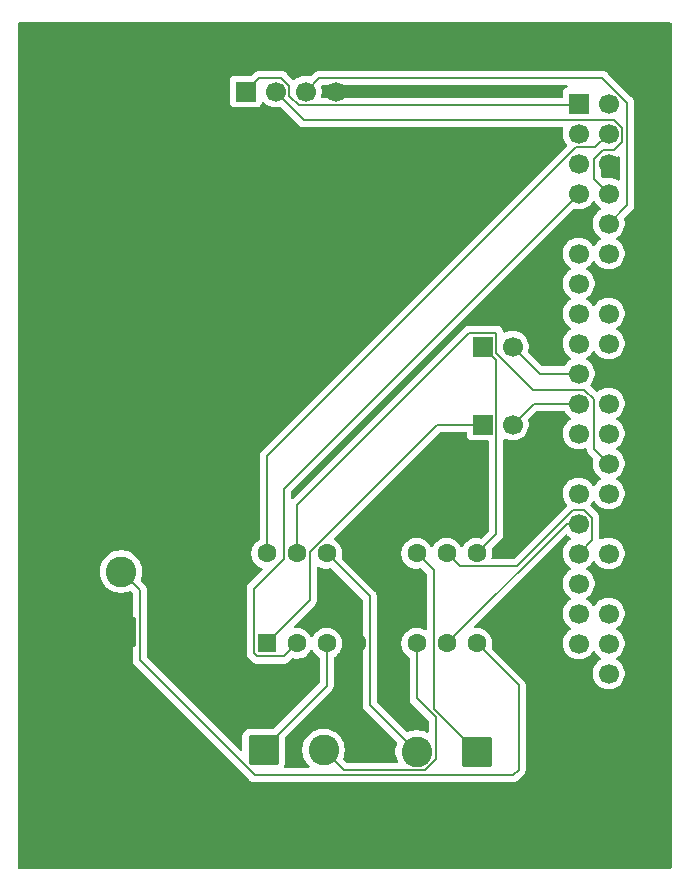
<source format=gtl>
G04 #@! TF.GenerationSoftware,KiCad,Pcbnew,9.0.1*
G04 #@! TF.CreationDate,2025-07-29T22:46:59+03:00*
G04 #@! TF.ProjectId,Ras pi hat,52617320-7069-4206-9861-742e6b696361,rev?*
G04 #@! TF.SameCoordinates,Original*
G04 #@! TF.FileFunction,Copper,L1,Top*
G04 #@! TF.FilePolarity,Positive*
%FSLAX46Y46*%
G04 Gerber Fmt 4.6, Leading zero omitted, Abs format (unit mm)*
G04 Created by KiCad (PCBNEW 9.0.1) date 2025-07-29 22:46:59*
%MOMM*%
%LPD*%
G01*
G04 APERTURE LIST*
G04 Aperture macros list*
%AMRoundRect*
0 Rectangle with rounded corners*
0 $1 Rounding radius*
0 $2 $3 $4 $5 $6 $7 $8 $9 X,Y pos of 4 corners*
0 Add a 4 corners polygon primitive as box body*
4,1,4,$2,$3,$4,$5,$6,$7,$8,$9,$2,$3,0*
0 Add four circle primitives for the rounded corners*
1,1,$1+$1,$2,$3*
1,1,$1+$1,$4,$5*
1,1,$1+$1,$6,$7*
1,1,$1+$1,$8,$9*
0 Add four rect primitives between the rounded corners*
20,1,$1+$1,$2,$3,$4,$5,0*
20,1,$1+$1,$4,$5,$6,$7,0*
20,1,$1+$1,$6,$7,$8,$9,0*
20,1,$1+$1,$8,$9,$2,$3,0*%
G04 Aperture macros list end*
G04 #@! TA.AperFunction,ComponentPad*
%ADD10R,1.700000X1.700000*%
G04 #@! TD*
G04 #@! TA.AperFunction,ComponentPad*
%ADD11C,1.700000*%
G04 #@! TD*
G04 #@! TA.AperFunction,ComponentPad*
%ADD12RoundRect,0.250000X0.550000X-0.550000X0.550000X0.550000X-0.550000X0.550000X-0.550000X-0.550000X0*%
G04 #@! TD*
G04 #@! TA.AperFunction,ComponentPad*
%ADD13C,1.600000*%
G04 #@! TD*
G04 #@! TA.AperFunction,ComponentPad*
%ADD14RoundRect,0.250000X1.050000X1.050000X-1.050000X1.050000X-1.050000X-1.050000X1.050000X-1.050000X0*%
G04 #@! TD*
G04 #@! TA.AperFunction,ComponentPad*
%ADD15C,2.600000*%
G04 #@! TD*
G04 #@! TA.AperFunction,ComponentPad*
%ADD16RoundRect,0.250000X1.050000X-1.050000X1.050000X1.050000X-1.050000X1.050000X-1.050000X-1.050000X0*%
G04 #@! TD*
G04 #@! TA.AperFunction,ComponentPad*
%ADD17RoundRect,0.250000X-1.050000X-1.050000X1.050000X-1.050000X1.050000X1.050000X-1.050000X1.050000X0*%
G04 #@! TD*
G04 #@! TA.AperFunction,Conductor*
%ADD18C,0.200000*%
G04 #@! TD*
G04 APERTURE END LIST*
D10*
G04 #@! TO.P,J6,1,Pin_1*
G04 #@! TO.N,Motor S1*
X192786000Y-82550000D03*
D11*
G04 #@! TO.P,J6,2,Pin_2*
G04 #@! TO.N,Net-(J2-MISO_SPI0{slash}GPIO09)*
X195326000Y-82550000D03*
G04 #@! TD*
D10*
G04 #@! TO.P,J7,1,Pin_1*
G04 #@! TO.N,Motor S2*
X192786000Y-75946000D03*
D11*
G04 #@! TO.P,J7,2,Pin_2*
G04 #@! TO.N,Net-(J2-MOSI_SPI0{slash}GPIO10)*
X195326000Y-75946000D03*
G04 #@! TD*
D12*
G04 #@! TO.P,U1,1,EN1\u002C2*
G04 #@! TO.N,Motor S1*
X174498000Y-101087000D03*
D13*
G04 #@! TO.P,U1,2,1A*
G04 #@! TO.N,IN 1*
X177038000Y-101087000D03*
G04 #@! TO.P,U1,3,1Y*
G04 #@! TO.N,Net-(J9-Pin_1)*
X179578000Y-101087000D03*
G04 #@! TO.P,U1,4,GND*
G04 #@! TO.N,GND*
X182118000Y-101087000D03*
G04 #@! TO.P,U1,5,GND*
X184658000Y-101087000D03*
G04 #@! TO.P,U1,6,2Y*
G04 #@! TO.N,Net-(J9-Pin_2)*
X187198000Y-101087000D03*
G04 #@! TO.P,U1,7,2A*
G04 #@! TO.N,IN 2*
X189738000Y-101087000D03*
G04 #@! TO.P,U1,8,VCC2*
G04 #@! TO.N,Net-(J8-Pin_2)*
X192278000Y-101087000D03*
G04 #@! TO.P,U1,9,EN3\u002C4*
G04 #@! TO.N,Motor S2*
X192278000Y-93467000D03*
G04 #@! TO.P,U1,10,3A*
G04 #@! TO.N,IN 3*
X189738000Y-93467000D03*
G04 #@! TO.P,U1,11,3Y*
G04 #@! TO.N,Net-(J10-Pin_1)*
X187198000Y-93467000D03*
G04 #@! TO.P,U1,12,GND*
G04 #@! TO.N,GND*
X184658000Y-93467000D03*
G04 #@! TO.P,U1,13,GND*
X182118000Y-93467000D03*
G04 #@! TO.P,U1,14,4Y*
G04 #@! TO.N,Net-(J10-Pin_2)*
X179578000Y-93467000D03*
G04 #@! TO.P,U1,15,4A*
G04 #@! TO.N,IN 4*
X177038000Y-93467000D03*
G04 #@! TO.P,U1,16,VCC1*
G04 #@! TO.N,Net-(U1-VCC1)*
X174498000Y-93467000D03*
G04 #@! TD*
D14*
G04 #@! TO.P,J10,1,Pin_1*
G04 #@! TO.N,Net-(J10-Pin_1)*
X192278000Y-110236000D03*
D15*
G04 #@! TO.P,J10,2,Pin_2*
G04 #@! TO.N,Net-(J10-Pin_2)*
X187198000Y-110236000D03*
G04 #@! TD*
D16*
G04 #@! TO.P,J8,1,Pin_1*
G04 #@! TO.N,GND*
X162173500Y-100081000D03*
D15*
G04 #@! TO.P,J8,2,Pin_2*
G04 #@! TO.N,Net-(J8-Pin_2)*
X162173500Y-95001000D03*
G04 #@! TD*
D17*
G04 #@! TO.P,J9,1,Pin_1*
G04 #@! TO.N,Net-(J9-Pin_1)*
X174234000Y-110103500D03*
D15*
G04 #@! TO.P,J9,2,Pin_2*
G04 #@! TO.N,Net-(J9-Pin_2)*
X179314000Y-110103500D03*
G04 #@! TD*
D10*
G04 #@! TO.P,J1,1,Pin_1*
G04 #@! TO.N,Net-(J1-Pin_1)*
X172720000Y-54356000D03*
D11*
G04 #@! TO.P,J1,2,Pin_2*
G04 #@! TO.N,Net-(J1-Pin_2)*
X175260000Y-54356000D03*
G04 #@! TO.P,J1,3,Pin_3*
G04 #@! TO.N,Net-(J1-Pin_3)*
X177800000Y-54356000D03*
G04 #@! TO.P,J1,4,Pin_4*
G04 #@! TO.N,GND*
X180340000Y-54356000D03*
G04 #@! TD*
D10*
G04 #@! TO.P,J2,1,3V3*
G04 #@! TO.N,Net-(J1-Pin_1)*
X200914000Y-55372000D03*
D11*
G04 #@! TO.P,J2,2,5V*
G04 #@! TO.N,Net-(U1-VCC1)*
X203454000Y-55372000D03*
G04 #@! TO.P,J2,3,SDA_I2C1/GPIO02*
G04 #@! TO.N,unconnected-(J2-SDA_I2C1{slash}GPIO02-Pad3)*
X200914000Y-57912000D03*
G04 #@! TO.P,J2,4,5V*
G04 #@! TO.N,Net-(U1-VCC1)*
X203454000Y-57912000D03*
G04 #@! TO.P,J2,5,SCL_I2C1/GPIO03*
G04 #@! TO.N,unconnected-(J2-SCL_I2C1{slash}GPIO03-Pad5)*
X200914000Y-60452000D03*
G04 #@! TO.P,J2,6,GND*
G04 #@! TO.N,GND*
X203454000Y-60452000D03*
G04 #@! TO.P,J2,7,GPCLK0/GPIO04*
G04 #@! TO.N,IN 1*
X200914000Y-62992000D03*
G04 #@! TO.P,J2,8,GPIO14/UART_TXD*
G04 #@! TO.N,Net-(J1-Pin_2)*
X203454000Y-62992000D03*
G04 #@! TO.P,J2,9,GND*
G04 #@! TO.N,GND*
X200914000Y-65532000D03*
G04 #@! TO.P,J2,10,GPIO15/UART_RXD*
G04 #@! TO.N,Net-(J1-Pin_3)*
X203454000Y-65532000D03*
G04 #@! TO.P,J2,11,GPIO17/SPI1_~{CE1}*
G04 #@! TO.N,unconnected-(J2-GPIO17{slash}SPI1_~{CE1}-Pad11)*
X200914000Y-68072000D03*
G04 #@! TO.P,J2,12,GPIO18/SPI1_~{CE0}/PCM_CLK/PWM0*
G04 #@! TO.N,unconnected-(J2-GPIO18{slash}SPI1_~{CE0}{slash}PCM_CLK{slash}PWM0-Pad12)*
X203454000Y-68072000D03*
G04 #@! TO.P,J2,13,GPIO27/SDIO_DAT3*
G04 #@! TO.N,unconnected-(J2-GPIO27{slash}SDIO_DAT3-Pad13)*
X200914000Y-70612000D03*
G04 #@! TO.P,J2,14,GND*
G04 #@! TO.N,GND*
X203454000Y-70612000D03*
G04 #@! TO.P,J2,15,GPIO22/SDIO_CLK*
G04 #@! TO.N,unconnected-(J2-GPIO22{slash}SDIO_CLK-Pad15)*
X200914000Y-73152000D03*
G04 #@! TO.P,J2,16,GPIO23/SDIO_CMD*
G04 #@! TO.N,unconnected-(J2-GPIO23{slash}SDIO_CMD-Pad16)*
X203454000Y-73152000D03*
G04 #@! TO.P,J2,17,3V3*
G04 #@! TO.N,Net-(J1-Pin_1)*
X200914000Y-75692000D03*
G04 #@! TO.P,J2,18,GPIO24/SDIO_DAT0*
G04 #@! TO.N,unconnected-(J2-GPIO24{slash}SDIO_DAT0-Pad18)*
X203454000Y-75692000D03*
G04 #@! TO.P,J2,19,MOSI_SPI0/GPIO10*
G04 #@! TO.N,Net-(J2-MOSI_SPI0{slash}GPIO10)*
X200914000Y-78232000D03*
G04 #@! TO.P,J2,20,GND*
G04 #@! TO.N,GND*
X203454000Y-78232000D03*
G04 #@! TO.P,J2,21,MISO_SPI0/GPIO09*
G04 #@! TO.N,Net-(J2-MISO_SPI0{slash}GPIO09)*
X200914000Y-80772000D03*
G04 #@! TO.P,J2,22,GPIO25/SDIO_DAT1*
G04 #@! TO.N,unconnected-(J2-GPIO25{slash}SDIO_DAT1-Pad22)*
X203454000Y-80772000D03*
G04 #@! TO.P,J2,23,SCLK_SPI0/GPIO11*
G04 #@! TO.N,unconnected-(J2-SCLK_SPI0{slash}GPIO11-Pad23)*
X200914000Y-83312000D03*
G04 #@! TO.P,J2,24,~{CE0}_SPI0/GPIO08*
G04 #@! TO.N,unconnected-(J2-~{CE0}_SPI0{slash}GPIO08-Pad24)*
X203454000Y-83312000D03*
G04 #@! TO.P,J2,25,GND*
G04 #@! TO.N,GND*
X200914000Y-85852000D03*
G04 #@! TO.P,J2,26,~{CE1}_SPI0/GPIO07*
G04 #@! TO.N,IN 4*
X203454000Y-85852000D03*
G04 #@! TO.P,J2,27,ID_SD_I2C0/GPIO00*
G04 #@! TO.N,unconnected-(J2-ID_SD_I2C0{slash}GPIO00-Pad27)*
X200914000Y-88392000D03*
G04 #@! TO.P,J2,28,ID_SC_I2C0/GPIO01*
G04 #@! TO.N,unconnected-(J2-ID_SC_I2C0{slash}GPIO01-Pad28)*
X203454000Y-88392000D03*
G04 #@! TO.P,J2,29,GPCLK1/GPIO05*
G04 #@! TO.N,IN 2*
X200914000Y-90932000D03*
G04 #@! TO.P,J2,30,GND*
G04 #@! TO.N,GND*
X203454000Y-90932000D03*
G04 #@! TO.P,J2,31,GPCLK2/GPIO06*
G04 #@! TO.N,IN 3*
X200914000Y-93472000D03*
G04 #@! TO.P,J2,32,GPIO12/PWM0*
G04 #@! TO.N,unconnected-(J2-GPIO12{slash}PWM0-Pad32)*
X203454000Y-93472000D03*
G04 #@! TO.P,J2,33,GPIO13/PWM1*
G04 #@! TO.N,unconnected-(J2-GPIO13{slash}PWM1-Pad33)*
X200914000Y-96012000D03*
G04 #@! TO.P,J2,34,GND*
G04 #@! TO.N,GND*
X203454000Y-96012000D03*
G04 #@! TO.P,J2,35,GPIO19/SPI1_MISO/PCM_FS*
G04 #@! TO.N,unconnected-(J2-GPIO19{slash}SPI1_MISO{slash}PCM_FS-Pad35)*
X200914000Y-98552000D03*
G04 #@! TO.P,J2,36,GPIO16/SPI1_~{CE2}*
G04 #@! TO.N,unconnected-(J2-GPIO16{slash}SPI1_~{CE2}-Pad36)*
X203454000Y-98552000D03*
G04 #@! TO.P,J2,37,GPIO26/SDIO_DAT2*
G04 #@! TO.N,unconnected-(J2-GPIO26{slash}SDIO_DAT2-Pad37)*
X200914000Y-101092000D03*
G04 #@! TO.P,J2,38,GPIO20/SPI1_MOSI/PCM_DIN/PWM1*
G04 #@! TO.N,unconnected-(J2-GPIO20{slash}SPI1_MOSI{slash}PCM_DIN{slash}PWM1-Pad38)*
X203454000Y-101092000D03*
G04 #@! TO.P,J2,39,GND*
G04 #@! TO.N,GND*
X200914000Y-103632000D03*
G04 #@! TO.P,J2,40,GPIO21/SPI1_SCLK/PCM_DOUT*
G04 #@! TO.N,unconnected-(J2-GPIO21{slash}SPI1_SCLK{slash}PCM_DOUT-Pad40)*
X203454000Y-103632000D03*
G04 #@! TD*
D18*
G04 #@! TO.N,Net-(J8-Pin_2)*
X173482340Y-112238000D02*
X195356000Y-112238000D01*
X195356000Y-112238000D02*
X195834000Y-111760000D01*
X163774500Y-96602000D02*
X163774500Y-102530160D01*
X195834000Y-104643000D02*
X192278000Y-101087000D01*
X195834000Y-111760000D02*
X195834000Y-104643000D01*
X162173500Y-95001000D02*
X163774500Y-96602000D01*
X163774500Y-102530160D02*
X173482340Y-112238000D01*
G04 #@! TO.N,Net-(J9-Pin_1)*
X174234000Y-109992000D02*
X179578000Y-104648000D01*
X174234000Y-110103500D02*
X174234000Y-109992000D01*
X179578000Y-104648000D02*
X179578000Y-101087000D01*
G04 #@! TO.N,Net-(J9-Pin_2)*
X187861156Y-111837000D02*
X188799000Y-110899156D01*
X181047500Y-111837000D02*
X187861156Y-111837000D01*
X188799000Y-107324100D02*
X187198000Y-105723100D01*
X187198000Y-105723100D02*
X187198000Y-101087000D01*
X188799000Y-110899156D02*
X188799000Y-107324100D01*
X179314000Y-110103500D02*
X181047500Y-111837000D01*
G04 #@! TO.N,Net-(J10-Pin_2)*
X183219000Y-97108000D02*
X179578000Y-93467000D01*
X183219000Y-106257000D02*
X183219000Y-97108000D01*
X187198000Y-110236000D02*
X183219000Y-106257000D01*
G04 #@! TO.N,Net-(J10-Pin_1)*
X188637000Y-94906000D02*
X187198000Y-93467000D01*
X188637000Y-106595000D02*
X188637000Y-94906000D01*
X192278000Y-110236000D02*
X188637000Y-106595000D01*
G04 #@! TO.N,IN 3*
X189738000Y-93467000D02*
X190839000Y-94568000D01*
X201390760Y-89781000D02*
X202065000Y-90455240D01*
X200437240Y-89781000D02*
X201390760Y-89781000D01*
X202065000Y-90455240D02*
X202065000Y-92321000D01*
X195650240Y-94568000D02*
X200437240Y-89781000D01*
X190839000Y-94568000D02*
X195650240Y-94568000D01*
X202065000Y-92321000D02*
X200914000Y-93472000D01*
G04 #@! TO.N,Motor S1*
X188937950Y-82550000D02*
X178139000Y-93348950D01*
X178139000Y-93348950D02*
X178139000Y-97446000D01*
X192786000Y-82550000D02*
X188937950Y-82550000D01*
X178139000Y-97446000D02*
X174498000Y-101087000D01*
G04 #@! TO.N,Motor S2*
X193937000Y-91808000D02*
X192278000Y-93467000D01*
X192786000Y-75946000D02*
X193937000Y-77097000D01*
X193937000Y-77097000D02*
X193937000Y-91808000D01*
G04 #@! TO.N,IN 2*
X189738000Y-101087000D02*
X199893000Y-90932000D01*
X199893000Y-90932000D02*
X200914000Y-90932000D01*
G04 #@! TO.N,IN 1*
X175937000Y-102188000D02*
X173712840Y-102188000D01*
X177038000Y-101087000D02*
X175937000Y-102188000D01*
X175937000Y-87969000D02*
X200914000Y-62992000D01*
X173397000Y-96463050D02*
X175937000Y-93923050D01*
X173397000Y-101872160D02*
X173397000Y-96463050D01*
X175937000Y-93923050D02*
X175937000Y-87969000D01*
X173712840Y-102188000D02*
X173397000Y-101872160D01*
G04 #@! TO.N,Net-(U1-VCC1)*
X200675240Y-59063000D02*
X202303000Y-59063000D01*
X202303000Y-59063000D02*
X203454000Y-57912000D01*
X174498000Y-85240240D02*
X200675240Y-59063000D01*
X174498000Y-93467000D02*
X174498000Y-85240240D01*
G04 #@! TO.N,IN 4*
X201390760Y-79621000D02*
X202184000Y-80414240D01*
X193937000Y-76529900D02*
X197028100Y-79621000D01*
X177038000Y-89392000D02*
X191635000Y-74795000D01*
X177038000Y-93467000D02*
X177038000Y-89392000D01*
X202184000Y-80414240D02*
X202184000Y-84582000D01*
X193937000Y-74795000D02*
X193937000Y-76529900D01*
X197028100Y-79621000D02*
X201390760Y-79621000D01*
X202184000Y-84582000D02*
X203454000Y-85852000D01*
X191635000Y-74795000D02*
X193937000Y-74795000D01*
G04 #@! TO.N,Net-(J1-Pin_3)*
X205006000Y-63980000D02*
X203454000Y-65532000D01*
X205006000Y-55296240D02*
X205006000Y-63980000D01*
X202914760Y-53205000D02*
X205006000Y-55296240D01*
X177800000Y-54356000D02*
X178951000Y-53205000D01*
X178951000Y-53205000D02*
X202914760Y-53205000D01*
G04 #@! TO.N,Net-(J1-Pin_1)*
X176411000Y-54717000D02*
X177201000Y-55507000D01*
X176411000Y-53879240D02*
X176411000Y-54717000D01*
X200779000Y-55507000D02*
X200914000Y-55372000D01*
X175736760Y-53205000D02*
X176411000Y-53879240D01*
X177201000Y-55507000D02*
X200779000Y-55507000D01*
X172720000Y-54356000D02*
X173871000Y-53205000D01*
X173871000Y-53205000D02*
X175736760Y-53205000D01*
G04 #@! TO.N,Net-(J1-Pin_2)*
X203930760Y-56761000D02*
X204605000Y-57435240D01*
X204605000Y-57435240D02*
X204605000Y-58626760D01*
X202184000Y-60094240D02*
X202184000Y-61722000D01*
X177665000Y-56761000D02*
X203930760Y-56761000D01*
X202184000Y-61722000D02*
X203454000Y-62992000D01*
X204605000Y-58626760D02*
X203930760Y-59301000D01*
X175260000Y-54356000D02*
X177665000Y-56761000D01*
X203930760Y-59301000D02*
X202977240Y-59301000D01*
X202977240Y-59301000D02*
X202184000Y-60094240D01*
G04 #@! TO.N,Net-(J2-MISO_SPI0{slash}GPIO09)*
X195326000Y-82550000D02*
X197104000Y-80772000D01*
X197104000Y-80772000D02*
X200914000Y-80772000D01*
G04 #@! TO.N,Net-(J2-MOSI_SPI0{slash}GPIO10)*
X197612000Y-78232000D02*
X200914000Y-78232000D01*
X195326000Y-75946000D02*
X197612000Y-78232000D01*
G04 #@! TD*
G04 #@! TA.AperFunction,Conductor*
G04 #@! TO.N,GND*
G36*
X178919792Y-94591211D02*
G01*
X178990126Y-94627048D01*
X179078776Y-94672218D01*
X179078778Y-94672218D01*
X179078781Y-94672220D01*
X179169502Y-94701697D01*
X179273465Y-94735477D01*
X179344141Y-94746671D01*
X179475648Y-94767500D01*
X179475649Y-94767500D01*
X179680351Y-94767500D01*
X179680352Y-94767500D01*
X179882534Y-94735477D01*
X179896842Y-94730827D01*
X179966682Y-94728831D01*
X180022842Y-94761077D01*
X182582181Y-97320416D01*
X182615666Y-97381739D01*
X182618500Y-97408097D01*
X182618500Y-106170330D01*
X182618499Y-106170348D01*
X182618499Y-106336054D01*
X182618498Y-106336054D01*
X182618499Y-106336057D01*
X182659423Y-106488785D01*
X182659424Y-106488786D01*
X182675102Y-106515943D01*
X182675103Y-106515944D01*
X182738475Y-106625709D01*
X182738481Y-106625717D01*
X182857349Y-106744585D01*
X182857355Y-106744590D01*
X185512634Y-109399870D01*
X185546119Y-109461193D01*
X185541135Y-109530885D01*
X185539514Y-109535003D01*
X185489396Y-109655999D01*
X185428306Y-109883989D01*
X185397501Y-110117979D01*
X185397500Y-110117995D01*
X185397500Y-110354004D01*
X185397501Y-110354020D01*
X185428306Y-110588010D01*
X185489394Y-110815993D01*
X185579713Y-111034042D01*
X185579717Y-111034051D01*
X185589214Y-111050500D01*
X185605687Y-111118400D01*
X185582835Y-111184427D01*
X185527913Y-111227618D01*
X185481827Y-111236500D01*
X181347597Y-111236500D01*
X181280558Y-111216815D01*
X181259916Y-111200181D01*
X180999364Y-110939629D01*
X180965879Y-110878306D01*
X180970863Y-110808614D01*
X180972468Y-110804533D01*
X181022606Y-110683493D01*
X181083693Y-110455514D01*
X181114500Y-110221511D01*
X181114500Y-109985489D01*
X181083693Y-109751486D01*
X181022606Y-109523507D01*
X180932284Y-109305451D01*
X180932282Y-109305448D01*
X180932280Y-109305443D01*
X180890118Y-109232418D01*
X180814273Y-109101050D01*
X180755001Y-109023806D01*
X180670593Y-108913802D01*
X180670587Y-108913795D01*
X180503704Y-108746912D01*
X180503697Y-108746906D01*
X180316454Y-108603230D01*
X180316453Y-108603229D01*
X180316450Y-108603227D01*
X180225356Y-108550634D01*
X180112056Y-108485219D01*
X180112045Y-108485214D01*
X179893993Y-108394894D01*
X179666010Y-108333806D01*
X179432020Y-108303001D01*
X179432017Y-108303000D01*
X179432011Y-108303000D01*
X179195989Y-108303000D01*
X179195983Y-108303000D01*
X179195979Y-108303001D01*
X178961989Y-108333806D01*
X178734006Y-108394894D01*
X178515954Y-108485214D01*
X178515943Y-108485219D01*
X178311545Y-108603230D01*
X178124302Y-108746906D01*
X178124295Y-108746912D01*
X177957412Y-108913795D01*
X177957406Y-108913802D01*
X177813730Y-109101045D01*
X177695719Y-109305443D01*
X177695714Y-109305454D01*
X177605394Y-109523506D01*
X177544306Y-109751489D01*
X177513501Y-109985479D01*
X177513500Y-109985495D01*
X177513500Y-110221504D01*
X177513501Y-110221520D01*
X177544306Y-110455510D01*
X177605394Y-110683493D01*
X177695714Y-110901545D01*
X177695719Y-110901556D01*
X177739978Y-110978213D01*
X177813727Y-111105950D01*
X177813729Y-111105953D01*
X177813730Y-111105954D01*
X177957406Y-111293197D01*
X177957412Y-111293204D01*
X178090027Y-111425819D01*
X178123512Y-111487142D01*
X178118528Y-111556834D01*
X178076656Y-111612767D01*
X178011192Y-111637184D01*
X178002346Y-111637500D01*
X176085969Y-111637500D01*
X176018930Y-111617815D01*
X175973175Y-111565011D01*
X175963231Y-111495853D01*
X175968263Y-111474496D01*
X175980091Y-111438802D01*
X176023999Y-111306297D01*
X176034500Y-111203509D01*
X176034499Y-109092095D01*
X176054184Y-109025057D01*
X176070813Y-109004420D01*
X179936506Y-105138728D01*
X179936511Y-105138724D01*
X179946714Y-105128520D01*
X179946716Y-105128520D01*
X180058520Y-105016716D01*
X180135399Y-104883557D01*
X180137577Y-104879785D01*
X180178500Y-104727058D01*
X180178500Y-104568943D01*
X180178500Y-102316601D01*
X180198185Y-102249562D01*
X180246206Y-102206116D01*
X180259610Y-102199287D01*
X180425219Y-102078966D01*
X180569966Y-101934219D01*
X180569968Y-101934215D01*
X180569971Y-101934213D01*
X180622732Y-101861590D01*
X180690287Y-101768610D01*
X180783220Y-101586219D01*
X180846477Y-101391534D01*
X180878500Y-101189352D01*
X180878500Y-100984648D01*
X180846477Y-100782466D01*
X180783220Y-100587781D01*
X180783218Y-100587778D01*
X180783218Y-100587776D01*
X180709828Y-100443742D01*
X180690287Y-100405390D01*
X180674879Y-100384182D01*
X180569971Y-100239786D01*
X180425213Y-100095028D01*
X180259613Y-99974715D01*
X180259612Y-99974714D01*
X180259610Y-99974713D01*
X180176731Y-99932484D01*
X180077223Y-99881781D01*
X179882534Y-99818522D01*
X179707995Y-99790878D01*
X179680352Y-99786500D01*
X179475648Y-99786500D01*
X179451329Y-99790351D01*
X179273465Y-99818522D01*
X179078776Y-99881781D01*
X178896386Y-99974715D01*
X178730786Y-100095028D01*
X178586028Y-100239786D01*
X178465715Y-100405386D01*
X178418485Y-100498080D01*
X178370510Y-100548876D01*
X178302689Y-100565671D01*
X178236554Y-100543134D01*
X178197515Y-100498080D01*
X178169828Y-100443742D01*
X178150287Y-100405390D01*
X178134879Y-100384182D01*
X178029971Y-100239786D01*
X177885213Y-100095028D01*
X177719613Y-99974715D01*
X177719612Y-99974714D01*
X177719610Y-99974713D01*
X177636731Y-99932484D01*
X177537223Y-99881781D01*
X177342534Y-99818522D01*
X177167995Y-99790878D01*
X177140352Y-99786500D01*
X176947097Y-99786500D01*
X176880058Y-99766815D01*
X176834303Y-99714011D01*
X176824359Y-99644853D01*
X176853384Y-99581297D01*
X176859416Y-99574819D01*
X177565996Y-98868239D01*
X178619520Y-97814716D01*
X178698577Y-97677784D01*
X178739501Y-97525057D01*
X178739501Y-97366942D01*
X178739501Y-97359347D01*
X178739500Y-97359329D01*
X178739500Y-94701697D01*
X178759185Y-94634658D01*
X178811989Y-94588903D01*
X178881147Y-94578959D01*
X178919792Y-94591211D01*
G37*
G04 #@! TD.AperFunction*
G04 #@! TA.AperFunction,Conductor*
G36*
X191378540Y-83170185D02*
G01*
X191424295Y-83222989D01*
X191435501Y-83274500D01*
X191435501Y-83447876D01*
X191441908Y-83507483D01*
X191492202Y-83642328D01*
X191492206Y-83642335D01*
X191578452Y-83757544D01*
X191578455Y-83757547D01*
X191693664Y-83843793D01*
X191693671Y-83843797D01*
X191828517Y-83894091D01*
X191828516Y-83894091D01*
X191835444Y-83894835D01*
X191888127Y-83900500D01*
X193212500Y-83900499D01*
X193279539Y-83920184D01*
X193325294Y-83972987D01*
X193336500Y-84024499D01*
X193336500Y-91507902D01*
X193316815Y-91574941D01*
X193300181Y-91595583D01*
X192722842Y-92172921D01*
X192661519Y-92206406D01*
X192596848Y-92203173D01*
X192582534Y-92198522D01*
X192407995Y-92170878D01*
X192380352Y-92166500D01*
X192175648Y-92166500D01*
X192151329Y-92170351D01*
X191973465Y-92198522D01*
X191778776Y-92261781D01*
X191596386Y-92354715D01*
X191430786Y-92475028D01*
X191286028Y-92619786D01*
X191165715Y-92785386D01*
X191118485Y-92878080D01*
X191070510Y-92928876D01*
X191002689Y-92945671D01*
X190936554Y-92923134D01*
X190897515Y-92878080D01*
X190896883Y-92876840D01*
X190850287Y-92785390D01*
X190834880Y-92764184D01*
X190729971Y-92619786D01*
X190585213Y-92475028D01*
X190419613Y-92354715D01*
X190419612Y-92354714D01*
X190419610Y-92354713D01*
X190345494Y-92316949D01*
X190237223Y-92261781D01*
X190042534Y-92198522D01*
X189867995Y-92170878D01*
X189840352Y-92166500D01*
X189635648Y-92166500D01*
X189611329Y-92170351D01*
X189433465Y-92198522D01*
X189238776Y-92261781D01*
X189056386Y-92354715D01*
X188890786Y-92475028D01*
X188746028Y-92619786D01*
X188625715Y-92785386D01*
X188578485Y-92878080D01*
X188530510Y-92928876D01*
X188462689Y-92945671D01*
X188396554Y-92923134D01*
X188357515Y-92878080D01*
X188356883Y-92876840D01*
X188310287Y-92785390D01*
X188294880Y-92764184D01*
X188189971Y-92619786D01*
X188045213Y-92475028D01*
X187879613Y-92354715D01*
X187879612Y-92354714D01*
X187879610Y-92354713D01*
X187805494Y-92316949D01*
X187697223Y-92261781D01*
X187502534Y-92198522D01*
X187327995Y-92170878D01*
X187300352Y-92166500D01*
X187095648Y-92166500D01*
X187071329Y-92170351D01*
X186893465Y-92198522D01*
X186698776Y-92261781D01*
X186516386Y-92354715D01*
X186350786Y-92475028D01*
X186206028Y-92619786D01*
X186085715Y-92785386D01*
X185992781Y-92967776D01*
X185929522Y-93162465D01*
X185897500Y-93364648D01*
X185897500Y-93569351D01*
X185929522Y-93771534D01*
X185992781Y-93966223D01*
X186009253Y-93998550D01*
X186071267Y-94120259D01*
X186085715Y-94148613D01*
X186206028Y-94314213D01*
X186350786Y-94458971D01*
X186470944Y-94546269D01*
X186516390Y-94579287D01*
X186610126Y-94627048D01*
X186698776Y-94672218D01*
X186698778Y-94672218D01*
X186698781Y-94672220D01*
X186789502Y-94701697D01*
X186893465Y-94735477D01*
X186964141Y-94746671D01*
X187095648Y-94767500D01*
X187095649Y-94767500D01*
X187300351Y-94767500D01*
X187300352Y-94767500D01*
X187502534Y-94735477D01*
X187516842Y-94730827D01*
X187586682Y-94728831D01*
X187642842Y-94761077D01*
X188000181Y-95118416D01*
X188033666Y-95179739D01*
X188036500Y-95206097D01*
X188036500Y-99852302D01*
X188016815Y-99919341D01*
X187964011Y-99965096D01*
X187894853Y-99975040D01*
X187856205Y-99962787D01*
X187697223Y-99881782D01*
X187697222Y-99881781D01*
X187697219Y-99881780D01*
X187606495Y-99852302D01*
X187502534Y-99818522D01*
X187327995Y-99790878D01*
X187300352Y-99786500D01*
X187095648Y-99786500D01*
X187071329Y-99790351D01*
X186893465Y-99818522D01*
X186698776Y-99881781D01*
X186516386Y-99974715D01*
X186350786Y-100095028D01*
X186206028Y-100239786D01*
X186085715Y-100405386D01*
X185992781Y-100587776D01*
X185929522Y-100782465D01*
X185897500Y-100984648D01*
X185897500Y-101189351D01*
X185929522Y-101391534D01*
X185992781Y-101586223D01*
X186056691Y-101711653D01*
X186071267Y-101740259D01*
X186085715Y-101768613D01*
X186206028Y-101934213D01*
X186206034Y-101934219D01*
X186350781Y-102078966D01*
X186516390Y-102199287D01*
X186529793Y-102206116D01*
X186580589Y-102254088D01*
X186597500Y-102316601D01*
X186597500Y-105636430D01*
X186597499Y-105636448D01*
X186597499Y-105802154D01*
X186597498Y-105802154D01*
X186638423Y-105954885D01*
X186667358Y-106005000D01*
X186667359Y-106005004D01*
X186667360Y-106005004D01*
X186717479Y-106091814D01*
X186717481Y-106091817D01*
X186836349Y-106210685D01*
X186836355Y-106210690D01*
X188162181Y-107536516D01*
X188195666Y-107597839D01*
X188198500Y-107624197D01*
X188198500Y-108519826D01*
X188178815Y-108586865D01*
X188126011Y-108632620D01*
X188056853Y-108642564D01*
X188012504Y-108627215D01*
X187996057Y-108617720D01*
X187996051Y-108617717D01*
X187996049Y-108617716D01*
X187975540Y-108609221D01*
X187777993Y-108527394D01*
X187620583Y-108485216D01*
X187550014Y-108466307D01*
X187550013Y-108466306D01*
X187550010Y-108466306D01*
X187316020Y-108435501D01*
X187316017Y-108435500D01*
X187316011Y-108435500D01*
X187079989Y-108435500D01*
X187079983Y-108435500D01*
X187079979Y-108435501D01*
X186845989Y-108466306D01*
X186617999Y-108527396D01*
X186497003Y-108577514D01*
X186427534Y-108584983D01*
X186365055Y-108553707D01*
X186361870Y-108550634D01*
X183855819Y-106044583D01*
X183822334Y-105983260D01*
X183819500Y-105956902D01*
X183819500Y-97197060D01*
X183819501Y-97197047D01*
X183819501Y-97028944D01*
X183785512Y-96902097D01*
X183778577Y-96876216D01*
X183713297Y-96763146D01*
X183699524Y-96739290D01*
X183699518Y-96739282D01*
X182313246Y-95353010D01*
X180872076Y-93911841D01*
X180838592Y-93850519D01*
X180841828Y-93785841D01*
X180846477Y-93771534D01*
X180878500Y-93569352D01*
X180878500Y-93364648D01*
X180846477Y-93162466D01*
X180783220Y-92967781D01*
X180783218Y-92967778D01*
X180783218Y-92967776D01*
X180737515Y-92878080D01*
X180690287Y-92785390D01*
X180674880Y-92764184D01*
X180569971Y-92619786D01*
X180425213Y-92475028D01*
X180259611Y-92354713D01*
X180228084Y-92338649D01*
X180177289Y-92290675D01*
X180160494Y-92222853D01*
X180183032Y-92156719D01*
X180196693Y-92140490D01*
X189150367Y-83186819D01*
X189211690Y-83153334D01*
X189238048Y-83150500D01*
X191311501Y-83150500D01*
X191378540Y-83170185D01*
G37*
G04 #@! TD.AperFunction*
G04 #@! TA.AperFunction,Conductor*
G36*
X199695320Y-81392185D02*
G01*
X199738765Y-81440205D01*
X199758947Y-81479814D01*
X199758948Y-81479815D01*
X199883890Y-81651786D01*
X200034213Y-81802109D01*
X200206182Y-81927050D01*
X200214946Y-81931516D01*
X200265742Y-81979491D01*
X200282536Y-82047312D01*
X200259998Y-82113447D01*
X200214946Y-82152484D01*
X200206182Y-82156949D01*
X200034213Y-82281890D01*
X199883890Y-82432213D01*
X199758951Y-82604179D01*
X199662444Y-82793585D01*
X199596753Y-82995760D01*
X199563500Y-83205713D01*
X199563500Y-83418287D01*
X199596754Y-83628243D01*
X199653067Y-83801557D01*
X199662444Y-83830414D01*
X199758951Y-84019820D01*
X199883890Y-84191786D01*
X200034213Y-84342109D01*
X200206179Y-84467048D01*
X200206181Y-84467049D01*
X200206184Y-84467051D01*
X200395588Y-84563557D01*
X200597757Y-84629246D01*
X200807713Y-84662500D01*
X200807714Y-84662500D01*
X201020286Y-84662500D01*
X201020287Y-84662500D01*
X201230243Y-84629246D01*
X201423197Y-84566550D01*
X201493036Y-84564556D01*
X201552869Y-84600636D01*
X201580221Y-84648642D01*
X201583499Y-84659499D01*
X201583499Y-84661057D01*
X201624423Y-84813785D01*
X201629106Y-84821896D01*
X201636279Y-84834320D01*
X201636280Y-84834323D01*
X201703477Y-84950712D01*
X201703480Y-84950716D01*
X201822349Y-85069585D01*
X201822355Y-85069590D01*
X202120241Y-85367476D01*
X202153726Y-85428799D01*
X202150492Y-85493473D01*
X202136753Y-85535757D01*
X202103500Y-85745713D01*
X202103500Y-85958286D01*
X202136753Y-86168239D01*
X202202444Y-86370414D01*
X202298951Y-86559820D01*
X202423890Y-86731786D01*
X202574213Y-86882109D01*
X202746182Y-87007050D01*
X202754946Y-87011516D01*
X202805742Y-87059491D01*
X202822536Y-87127312D01*
X202799998Y-87193447D01*
X202754946Y-87232484D01*
X202746182Y-87236949D01*
X202574213Y-87361890D01*
X202423890Y-87512213D01*
X202298949Y-87684182D01*
X202294484Y-87692946D01*
X202246509Y-87743742D01*
X202178688Y-87760536D01*
X202112553Y-87737998D01*
X202073516Y-87692946D01*
X202069050Y-87684182D01*
X201944109Y-87512213D01*
X201793786Y-87361890D01*
X201621820Y-87236951D01*
X201432414Y-87140444D01*
X201432413Y-87140443D01*
X201432412Y-87140443D01*
X201230243Y-87074754D01*
X201230241Y-87074753D01*
X201230240Y-87074753D01*
X201068957Y-87049208D01*
X201020287Y-87041500D01*
X200807713Y-87041500D01*
X200759042Y-87049208D01*
X200597760Y-87074753D01*
X200395585Y-87140444D01*
X200206179Y-87236951D01*
X200034213Y-87361890D01*
X199883890Y-87512213D01*
X199758951Y-87684179D01*
X199662444Y-87873585D01*
X199596753Y-88075760D01*
X199580019Y-88181415D01*
X199563500Y-88285713D01*
X199563500Y-88498287D01*
X199596754Y-88708243D01*
X199646090Y-88860084D01*
X199662444Y-88910414D01*
X199758951Y-89099820D01*
X199883890Y-89271786D01*
X199902873Y-89290769D01*
X199936358Y-89352092D01*
X199931374Y-89421784D01*
X199902873Y-89466131D01*
X195437824Y-93931181D01*
X195376501Y-93964666D01*
X195350143Y-93967500D01*
X193653476Y-93967500D01*
X193586437Y-93947815D01*
X193540682Y-93895011D01*
X193530738Y-93825853D01*
X193535545Y-93805183D01*
X193546475Y-93771542D01*
X193546475Y-93771538D01*
X193546477Y-93771534D01*
X193578500Y-93569352D01*
X193578500Y-93364648D01*
X193546477Y-93162466D01*
X193541825Y-93148151D01*
X193539832Y-93078312D01*
X193572075Y-93022158D01*
X194295506Y-92298728D01*
X194295511Y-92298724D01*
X194305714Y-92288520D01*
X194305716Y-92288520D01*
X194417520Y-92176716D01*
X194469288Y-92087051D01*
X194496577Y-92039785D01*
X194537500Y-91887058D01*
X194537500Y-91728943D01*
X194537500Y-83866290D01*
X194557185Y-83799251D01*
X194609989Y-83753496D01*
X194679147Y-83743552D01*
X194717793Y-83755804D01*
X194807588Y-83801557D01*
X195009757Y-83867246D01*
X195219713Y-83900500D01*
X195219714Y-83900500D01*
X195432286Y-83900500D01*
X195432287Y-83900500D01*
X195642243Y-83867246D01*
X195844412Y-83801557D01*
X196033816Y-83705051D01*
X196120138Y-83642335D01*
X196205786Y-83580109D01*
X196205788Y-83580106D01*
X196205792Y-83580104D01*
X196356104Y-83429792D01*
X196356106Y-83429788D01*
X196356109Y-83429786D01*
X196481048Y-83257820D01*
X196481047Y-83257820D01*
X196481051Y-83257816D01*
X196577557Y-83068412D01*
X196643246Y-82866243D01*
X196676500Y-82656287D01*
X196676500Y-82443713D01*
X196643246Y-82233757D01*
X196629506Y-82191473D01*
X196627512Y-82121635D01*
X196659755Y-82065478D01*
X197316417Y-81408819D01*
X197377740Y-81375334D01*
X197404098Y-81372500D01*
X199628281Y-81372500D01*
X199695320Y-81392185D01*
G37*
G04 #@! TD.AperFunction*
G04 #@! TA.AperFunction,Conductor*
G36*
X202201226Y-63627524D02*
G01*
X202213810Y-63626985D01*
X202233674Y-63638581D01*
X202255444Y-63645999D01*
X202264719Y-63656703D01*
X202274151Y-63662209D01*
X202294486Y-63691056D01*
X202298951Y-63699820D01*
X202423890Y-63871786D01*
X202574213Y-64022109D01*
X202746182Y-64147050D01*
X202754946Y-64151516D01*
X202805742Y-64199491D01*
X202822536Y-64267312D01*
X202799998Y-64333447D01*
X202754946Y-64372484D01*
X202746182Y-64376949D01*
X202574213Y-64501890D01*
X202423890Y-64652213D01*
X202298951Y-64824179D01*
X202202444Y-65013585D01*
X202136753Y-65215760D01*
X202103500Y-65425713D01*
X202103500Y-65638286D01*
X202136753Y-65848239D01*
X202202444Y-66050414D01*
X202298951Y-66239820D01*
X202423890Y-66411786D01*
X202574213Y-66562109D01*
X202746182Y-66687050D01*
X202754946Y-66691516D01*
X202805742Y-66739491D01*
X202822536Y-66807312D01*
X202799998Y-66873447D01*
X202754946Y-66912484D01*
X202746182Y-66916949D01*
X202574213Y-67041890D01*
X202423890Y-67192213D01*
X202298949Y-67364182D01*
X202294484Y-67372946D01*
X202246509Y-67423742D01*
X202178688Y-67440536D01*
X202112553Y-67417998D01*
X202073516Y-67372946D01*
X202069050Y-67364182D01*
X201944109Y-67192213D01*
X201793786Y-67041890D01*
X201621820Y-66916951D01*
X201432414Y-66820444D01*
X201432413Y-66820443D01*
X201432412Y-66820443D01*
X201230243Y-66754754D01*
X201230241Y-66754753D01*
X201230240Y-66754753D01*
X201068957Y-66729208D01*
X201020287Y-66721500D01*
X200807713Y-66721500D01*
X200759042Y-66729208D01*
X200597760Y-66754753D01*
X200395585Y-66820444D01*
X200206179Y-66916951D01*
X200034213Y-67041890D01*
X199883890Y-67192213D01*
X199758951Y-67364179D01*
X199662444Y-67553585D01*
X199596753Y-67755760D01*
X199563500Y-67965713D01*
X199563500Y-68178286D01*
X199596753Y-68388239D01*
X199662444Y-68590414D01*
X199758951Y-68779820D01*
X199883890Y-68951786D01*
X200034213Y-69102109D01*
X200206182Y-69227050D01*
X200214946Y-69231516D01*
X200265742Y-69279491D01*
X200282536Y-69347312D01*
X200259998Y-69413447D01*
X200214946Y-69452484D01*
X200206182Y-69456949D01*
X200034213Y-69581890D01*
X199883890Y-69732213D01*
X199758951Y-69904179D01*
X199662444Y-70093585D01*
X199596753Y-70295760D01*
X199563500Y-70505713D01*
X199563500Y-70718286D01*
X199596753Y-70928239D01*
X199662444Y-71130414D01*
X199758951Y-71319820D01*
X199883890Y-71491786D01*
X200034213Y-71642109D01*
X200206182Y-71767050D01*
X200214946Y-71771516D01*
X200265742Y-71819491D01*
X200282536Y-71887312D01*
X200259998Y-71953447D01*
X200214946Y-71992484D01*
X200206182Y-71996949D01*
X200034213Y-72121890D01*
X199883890Y-72272213D01*
X199758951Y-72444179D01*
X199662444Y-72633585D01*
X199596753Y-72835760D01*
X199563500Y-73045713D01*
X199563500Y-73258286D01*
X199596753Y-73468239D01*
X199662444Y-73670414D01*
X199758951Y-73859820D01*
X199883890Y-74031786D01*
X200034213Y-74182109D01*
X200206182Y-74307050D01*
X200214946Y-74311516D01*
X200265742Y-74359491D01*
X200282536Y-74427312D01*
X200259998Y-74493447D01*
X200214946Y-74532484D01*
X200206182Y-74536949D01*
X200034213Y-74661890D01*
X199883890Y-74812213D01*
X199758951Y-74984179D01*
X199662444Y-75173585D01*
X199596753Y-75375760D01*
X199563500Y-75585713D01*
X199563500Y-75798287D01*
X199596754Y-76008243D01*
X199640570Y-76143095D01*
X199662444Y-76210414D01*
X199758951Y-76399820D01*
X199883890Y-76571786D01*
X200034213Y-76722109D01*
X200206182Y-76847050D01*
X200214946Y-76851516D01*
X200265742Y-76899491D01*
X200282536Y-76967312D01*
X200259998Y-77033447D01*
X200214946Y-77072484D01*
X200206182Y-77076949D01*
X200034213Y-77201890D01*
X199883890Y-77352213D01*
X199758948Y-77524184D01*
X199758947Y-77524185D01*
X199738765Y-77563795D01*
X199690791Y-77614591D01*
X199628281Y-77631500D01*
X197912097Y-77631500D01*
X197845058Y-77611815D01*
X197824416Y-77595181D01*
X196659757Y-76430522D01*
X196626272Y-76369199D01*
X196629507Y-76304523D01*
X196643246Y-76262243D01*
X196676500Y-76052287D01*
X196676500Y-75839713D01*
X196643246Y-75629757D01*
X196577557Y-75427588D01*
X196481051Y-75238184D01*
X196481049Y-75238181D01*
X196481048Y-75238179D01*
X196356109Y-75066213D01*
X196205786Y-74915890D01*
X196033820Y-74790951D01*
X195844414Y-74694444D01*
X195844413Y-74694443D01*
X195844412Y-74694443D01*
X195642243Y-74628754D01*
X195642241Y-74628753D01*
X195642240Y-74628753D01*
X195480957Y-74603208D01*
X195432287Y-74595500D01*
X195219713Y-74595500D01*
X195171042Y-74603208D01*
X195009760Y-74628753D01*
X194807582Y-74694445D01*
X194701312Y-74748592D01*
X194632643Y-74761488D01*
X194567903Y-74735211D01*
X194527646Y-74678105D01*
X194525243Y-74670201D01*
X194523016Y-74661890D01*
X194496577Y-74563216D01*
X194478834Y-74532484D01*
X194417524Y-74426290D01*
X194417518Y-74426282D01*
X194305717Y-74314481D01*
X194305709Y-74314475D01*
X194168790Y-74235426D01*
X194168786Y-74235424D01*
X194168784Y-74235423D01*
X194016057Y-74194500D01*
X191714057Y-74194500D01*
X191555942Y-74194500D01*
X191555940Y-74194500D01*
X191515019Y-74205464D01*
X191515019Y-74205465D01*
X191477751Y-74215451D01*
X191403214Y-74235423D01*
X191403209Y-74235426D01*
X191266290Y-74314475D01*
X191266282Y-74314481D01*
X176749181Y-88831583D01*
X176687858Y-88865068D01*
X176618166Y-88860084D01*
X176562233Y-88818212D01*
X176537816Y-88752748D01*
X176537500Y-88743902D01*
X176537500Y-88269096D01*
X176557185Y-88202057D01*
X176573814Y-88181420D01*
X200429478Y-64325755D01*
X200490799Y-64292272D01*
X200555473Y-64295506D01*
X200597757Y-64309246D01*
X200807713Y-64342500D01*
X200807714Y-64342500D01*
X201020286Y-64342500D01*
X201020287Y-64342500D01*
X201230243Y-64309246D01*
X201432412Y-64243557D01*
X201621816Y-64147051D01*
X201643789Y-64131086D01*
X201793786Y-64022109D01*
X201793788Y-64022106D01*
X201793792Y-64022104D01*
X201944104Y-63871792D01*
X201944106Y-63871788D01*
X201944109Y-63871786D01*
X202069048Y-63699820D01*
X202069047Y-63699820D01*
X202069051Y-63699816D01*
X202073514Y-63691054D01*
X202082160Y-63681900D01*
X202086897Y-63670232D01*
X202105696Y-63656979D01*
X202121488Y-63640259D01*
X202133710Y-63637231D01*
X202144004Y-63629976D01*
X202166985Y-63628991D01*
X202189308Y-63623463D01*
X202201226Y-63627524D01*
G37*
G04 #@! TD.AperFunction*
G04 #@! TA.AperFunction,Conductor*
G36*
X204353426Y-59834071D02*
G01*
X204396617Y-59888992D01*
X204405500Y-59935079D01*
X204405500Y-61770631D01*
X204385815Y-61837670D01*
X204333011Y-61883425D01*
X204263853Y-61893369D01*
X204208616Y-61870950D01*
X204161818Y-61836950D01*
X203972414Y-61740444D01*
X203972413Y-61740443D01*
X203972412Y-61740443D01*
X203770243Y-61674754D01*
X203770241Y-61674753D01*
X203770240Y-61674753D01*
X203608957Y-61649208D01*
X203560287Y-61641500D01*
X203347713Y-61641500D01*
X203319006Y-61646046D01*
X203137757Y-61674753D01*
X203095473Y-61688492D01*
X203080260Y-61688926D01*
X203066003Y-61694244D01*
X203046048Y-61689903D01*
X203025632Y-61690486D01*
X203011545Y-61682397D01*
X202997730Y-61679392D01*
X202969476Y-61658241D01*
X202820819Y-61509584D01*
X202787334Y-61448261D01*
X202784500Y-61421903D01*
X202784500Y-60394337D01*
X202804185Y-60327298D01*
X202820819Y-60306656D01*
X203189657Y-59937819D01*
X203250980Y-59904334D01*
X203277338Y-59901500D01*
X203844091Y-59901500D01*
X203844107Y-59901501D01*
X203851703Y-59901501D01*
X204009814Y-59901501D01*
X204009817Y-59901501D01*
X204162545Y-59860577D01*
X204212664Y-59831639D01*
X204219501Y-59827691D01*
X204287399Y-59811219D01*
X204353426Y-59834071D01*
G37*
G04 #@! TD.AperFunction*
G04 #@! TA.AperFunction,Conductor*
G36*
X199932570Y-53825185D02*
G01*
X199978325Y-53877989D01*
X199988269Y-53947147D01*
X199959244Y-54010703D01*
X199908864Y-54045682D01*
X199821671Y-54078202D01*
X199821664Y-54078206D01*
X199706455Y-54164452D01*
X199706452Y-54164455D01*
X199620206Y-54279664D01*
X199620202Y-54279671D01*
X199569908Y-54414517D01*
X199563501Y-54474116D01*
X199563500Y-54474135D01*
X199563500Y-54782500D01*
X199543815Y-54849539D01*
X199491011Y-54895294D01*
X199439500Y-54906500D01*
X179211802Y-54906500D01*
X179144763Y-54886815D01*
X179099008Y-54834011D01*
X179089064Y-54764853D01*
X179093871Y-54744182D01*
X179097896Y-54731795D01*
X179117246Y-54672243D01*
X179150500Y-54462287D01*
X179150500Y-54249713D01*
X179117246Y-54039757D01*
X179103507Y-53997476D01*
X179103072Y-53982262D01*
X179097754Y-53968000D01*
X179102094Y-53948049D01*
X179101511Y-53927637D01*
X179109601Y-53913547D01*
X179112608Y-53899727D01*
X179133760Y-53871474D01*
X179163420Y-53841816D01*
X179224744Y-53808333D01*
X179251098Y-53805500D01*
X199865531Y-53805500D01*
X199932570Y-53825185D01*
G37*
G04 #@! TD.AperFunction*
G04 #@! TA.AperFunction,Conductor*
G36*
X208738539Y-48526185D02*
G01*
X208784294Y-48578989D01*
X208795500Y-48630500D01*
X208795500Y-120025500D01*
X208775815Y-120092539D01*
X208723011Y-120138294D01*
X208671500Y-120149500D01*
X153532500Y-120149500D01*
X153465461Y-120129815D01*
X153419706Y-120077011D01*
X153408500Y-120025500D01*
X153408500Y-94882995D01*
X160373000Y-94882995D01*
X160373000Y-95119004D01*
X160373001Y-95119020D01*
X160403806Y-95353010D01*
X160464894Y-95580993D01*
X160555214Y-95799045D01*
X160555219Y-95799056D01*
X160626177Y-95921957D01*
X160673227Y-96003450D01*
X160673229Y-96003453D01*
X160673230Y-96003454D01*
X160816906Y-96190697D01*
X160816912Y-96190704D01*
X160983795Y-96357587D01*
X160983802Y-96357593D01*
X161018210Y-96383995D01*
X161171050Y-96501273D01*
X161259101Y-96552109D01*
X161375443Y-96619280D01*
X161375448Y-96619282D01*
X161375451Y-96619284D01*
X161593507Y-96709606D01*
X161821486Y-96770693D01*
X162055489Y-96801500D01*
X162055496Y-96801500D01*
X162291504Y-96801500D01*
X162291511Y-96801500D01*
X162525514Y-96770693D01*
X162753493Y-96709606D01*
X162874496Y-96659483D01*
X162894372Y-96657346D01*
X162913102Y-96650361D01*
X162928398Y-96653688D01*
X162943964Y-96652015D01*
X162961841Y-96660963D01*
X162981375Y-96665213D01*
X163003661Y-96681896D01*
X163006443Y-96683289D01*
X163009629Y-96686364D01*
X163137681Y-96814416D01*
X163171166Y-96875739D01*
X163174000Y-96902097D01*
X163174000Y-102443490D01*
X163173999Y-102443508D01*
X163173999Y-102609214D01*
X163173998Y-102609214D01*
X163203320Y-102718642D01*
X163214923Y-102761945D01*
X163230254Y-102788499D01*
X163243858Y-102812060D01*
X163243859Y-102812064D01*
X163243860Y-102812064D01*
X163293979Y-102898874D01*
X163293981Y-102898877D01*
X163412849Y-103017745D01*
X163412855Y-103017750D01*
X172997479Y-112602374D01*
X172997489Y-112602385D01*
X173001819Y-112606715D01*
X173001820Y-112606716D01*
X173113624Y-112718520D01*
X173200435Y-112768639D01*
X173200437Y-112768641D01*
X173238491Y-112790611D01*
X173250555Y-112797577D01*
X173403283Y-112838501D01*
X173403286Y-112838501D01*
X173568993Y-112838501D01*
X173569009Y-112838500D01*
X195269331Y-112838500D01*
X195269347Y-112838501D01*
X195276943Y-112838501D01*
X195435054Y-112838501D01*
X195435057Y-112838501D01*
X195587785Y-112797577D01*
X195637904Y-112768639D01*
X195724716Y-112718520D01*
X195836520Y-112606716D01*
X195836520Y-112606714D01*
X195846728Y-112596507D01*
X195846730Y-112596504D01*
X196202713Y-112240521D01*
X196202716Y-112240520D01*
X196314520Y-112128716D01*
X196364639Y-112041904D01*
X196393577Y-111991785D01*
X196434500Y-111839057D01*
X196434500Y-111680943D01*
X196434500Y-104563943D01*
X196393577Y-104411216D01*
X196352355Y-104339816D01*
X196314524Y-104274290D01*
X196314521Y-104274286D01*
X196314520Y-104274284D01*
X196202716Y-104162480D01*
X196202715Y-104162479D01*
X196198385Y-104158149D01*
X196198374Y-104158139D01*
X193572077Y-101531842D01*
X193538592Y-101470519D01*
X193541828Y-101405841D01*
X193546477Y-101391534D01*
X193578500Y-101189352D01*
X193578500Y-100984648D01*
X193546477Y-100782466D01*
X193483220Y-100587781D01*
X193483218Y-100587778D01*
X193483218Y-100587776D01*
X193409828Y-100443742D01*
X193390287Y-100405390D01*
X193374879Y-100384182D01*
X193269971Y-100239786D01*
X193125213Y-100095028D01*
X192959613Y-99974715D01*
X192959612Y-99974714D01*
X192959610Y-99974713D01*
X192876731Y-99932484D01*
X192777223Y-99881781D01*
X192582534Y-99818522D01*
X192407995Y-99790878D01*
X192380352Y-99786500D01*
X192187096Y-99786500D01*
X192120057Y-99766815D01*
X192074302Y-99714011D01*
X192064358Y-99644853D01*
X192093383Y-99581297D01*
X192099415Y-99574819D01*
X195768521Y-95905713D01*
X199785490Y-91888744D01*
X199846811Y-91855261D01*
X199916503Y-91860245D01*
X199960850Y-91888746D01*
X200034213Y-91962109D01*
X200206182Y-92087050D01*
X200214946Y-92091516D01*
X200265742Y-92139491D01*
X200282536Y-92207312D01*
X200259998Y-92273447D01*
X200214946Y-92312484D01*
X200206182Y-92316949D01*
X200034213Y-92441890D01*
X199883890Y-92592213D01*
X199758951Y-92764179D01*
X199662444Y-92953585D01*
X199596753Y-93155760D01*
X199563500Y-93365713D01*
X199563500Y-93578286D01*
X199596373Y-93785841D01*
X199596754Y-93788243D01*
X199654998Y-93967500D01*
X199662444Y-93990414D01*
X199758951Y-94179820D01*
X199883890Y-94351786D01*
X200034213Y-94502109D01*
X200206182Y-94627050D01*
X200214946Y-94631516D01*
X200265742Y-94679491D01*
X200282536Y-94747312D01*
X200259998Y-94813447D01*
X200214946Y-94852484D01*
X200206182Y-94856949D01*
X200034213Y-94981890D01*
X199883890Y-95132213D01*
X199758951Y-95304179D01*
X199662444Y-95493585D01*
X199596753Y-95695760D01*
X199580394Y-95799049D01*
X199563500Y-95905713D01*
X199563500Y-96118287D01*
X199596754Y-96328243D01*
X199660016Y-96522943D01*
X199662444Y-96530414D01*
X199758951Y-96719820D01*
X199883890Y-96891786D01*
X200034213Y-97042109D01*
X200206182Y-97167050D01*
X200214946Y-97171516D01*
X200265742Y-97219491D01*
X200282536Y-97287312D01*
X200259998Y-97353447D01*
X200214946Y-97392484D01*
X200206182Y-97396949D01*
X200034213Y-97521890D01*
X199883890Y-97672213D01*
X199758951Y-97844179D01*
X199662444Y-98033585D01*
X199596753Y-98235760D01*
X199563500Y-98445713D01*
X199563500Y-98658286D01*
X199596753Y-98868239D01*
X199662444Y-99070414D01*
X199758951Y-99259820D01*
X199883890Y-99431786D01*
X200034213Y-99582109D01*
X200206182Y-99707050D01*
X200214946Y-99711516D01*
X200265742Y-99759491D01*
X200282536Y-99827312D01*
X200259998Y-99893447D01*
X200214946Y-99932484D01*
X200206182Y-99936949D01*
X200034213Y-100061890D01*
X199883890Y-100212213D01*
X199758951Y-100384179D01*
X199662444Y-100573585D01*
X199596753Y-100775760D01*
X199563500Y-100985713D01*
X199563500Y-101198286D01*
X199596373Y-101405841D01*
X199596754Y-101408243D01*
X199654583Y-101586223D01*
X199662444Y-101610414D01*
X199758951Y-101799820D01*
X199883890Y-101971786D01*
X200034213Y-102122109D01*
X200206179Y-102247048D01*
X200206181Y-102247049D01*
X200206184Y-102247051D01*
X200395588Y-102343557D01*
X200597757Y-102409246D01*
X200807713Y-102442500D01*
X200807714Y-102442500D01*
X201020286Y-102442500D01*
X201020287Y-102442500D01*
X201230243Y-102409246D01*
X201432412Y-102343557D01*
X201621816Y-102247051D01*
X201749803Y-102154064D01*
X201793786Y-102122109D01*
X201793788Y-102122106D01*
X201793792Y-102122104D01*
X201944104Y-101971792D01*
X201944106Y-101971788D01*
X201944109Y-101971786D01*
X202069048Y-101799820D01*
X202069047Y-101799820D01*
X202069051Y-101799816D01*
X202073514Y-101791054D01*
X202121488Y-101740259D01*
X202189308Y-101723463D01*
X202255444Y-101745999D01*
X202294486Y-101791056D01*
X202298951Y-101799820D01*
X202423890Y-101971786D01*
X202574213Y-102122109D01*
X202746182Y-102247050D01*
X202754946Y-102251516D01*
X202805742Y-102299491D01*
X202822536Y-102367312D01*
X202799998Y-102433447D01*
X202754946Y-102472484D01*
X202746182Y-102476949D01*
X202574213Y-102601890D01*
X202423890Y-102752213D01*
X202298951Y-102924179D01*
X202202444Y-103113585D01*
X202136753Y-103315760D01*
X202103500Y-103525713D01*
X202103500Y-103738286D01*
X202136753Y-103948239D01*
X202202444Y-104150414D01*
X202298951Y-104339820D01*
X202423890Y-104511786D01*
X202574213Y-104662109D01*
X202746179Y-104787048D01*
X202746181Y-104787049D01*
X202746184Y-104787051D01*
X202935588Y-104883557D01*
X203137757Y-104949246D01*
X203347713Y-104982500D01*
X203347714Y-104982500D01*
X203560286Y-104982500D01*
X203560287Y-104982500D01*
X203770243Y-104949246D01*
X203972412Y-104883557D01*
X204161816Y-104787051D01*
X204244390Y-104727058D01*
X204333786Y-104662109D01*
X204333788Y-104662106D01*
X204333792Y-104662104D01*
X204484104Y-104511792D01*
X204484106Y-104511788D01*
X204484109Y-104511786D01*
X204609048Y-104339820D01*
X204609047Y-104339820D01*
X204609051Y-104339816D01*
X204705557Y-104150412D01*
X204771246Y-103948243D01*
X204804500Y-103738287D01*
X204804500Y-103525713D01*
X204771246Y-103315757D01*
X204705557Y-103113588D01*
X204609051Y-102924184D01*
X204609049Y-102924181D01*
X204609048Y-102924179D01*
X204484109Y-102752213D01*
X204333786Y-102601890D01*
X204161820Y-102476951D01*
X204161115Y-102476591D01*
X204153054Y-102472485D01*
X204102259Y-102424512D01*
X204085463Y-102356692D01*
X204107999Y-102290556D01*
X204153054Y-102251515D01*
X204161816Y-102247051D01*
X204289803Y-102154064D01*
X204333786Y-102122109D01*
X204333788Y-102122106D01*
X204333792Y-102122104D01*
X204484104Y-101971792D01*
X204484106Y-101971788D01*
X204484109Y-101971786D01*
X204609048Y-101799820D01*
X204609047Y-101799820D01*
X204609051Y-101799816D01*
X204705557Y-101610412D01*
X204771246Y-101408243D01*
X204804500Y-101198287D01*
X204804500Y-100985713D01*
X204771246Y-100775757D01*
X204705557Y-100573588D01*
X204609051Y-100384184D01*
X204609049Y-100384181D01*
X204609048Y-100384179D01*
X204484109Y-100212213D01*
X204333786Y-100061890D01*
X204161820Y-99936951D01*
X204161115Y-99936591D01*
X204153054Y-99932485D01*
X204102259Y-99884512D01*
X204085463Y-99816692D01*
X204107999Y-99750556D01*
X204153054Y-99711515D01*
X204161816Y-99707051D01*
X204247425Y-99644853D01*
X204333786Y-99582109D01*
X204333788Y-99582106D01*
X204333792Y-99582104D01*
X204484104Y-99431792D01*
X204484106Y-99431788D01*
X204484109Y-99431786D01*
X204609048Y-99259820D01*
X204609047Y-99259820D01*
X204609051Y-99259816D01*
X204705557Y-99070412D01*
X204771246Y-98868243D01*
X204804500Y-98658287D01*
X204804500Y-98445713D01*
X204771246Y-98235757D01*
X204705557Y-98033588D01*
X204609051Y-97844184D01*
X204609049Y-97844181D01*
X204609048Y-97844179D01*
X204484109Y-97672213D01*
X204333786Y-97521890D01*
X204161820Y-97396951D01*
X203972414Y-97300444D01*
X203972413Y-97300443D01*
X203972412Y-97300443D01*
X203770243Y-97234754D01*
X203770241Y-97234753D01*
X203770240Y-97234753D01*
X203608957Y-97209208D01*
X203560287Y-97201500D01*
X203347713Y-97201500D01*
X203299042Y-97209208D01*
X203137760Y-97234753D01*
X202935585Y-97300444D01*
X202746179Y-97396951D01*
X202574213Y-97521890D01*
X202423890Y-97672213D01*
X202298949Y-97844182D01*
X202294484Y-97852946D01*
X202246509Y-97903742D01*
X202178688Y-97920536D01*
X202112553Y-97897998D01*
X202073516Y-97852946D01*
X202069050Y-97844182D01*
X201944109Y-97672213D01*
X201793786Y-97521890D01*
X201621820Y-97396951D01*
X201621115Y-97396591D01*
X201613054Y-97392485D01*
X201562259Y-97344512D01*
X201545463Y-97276692D01*
X201567999Y-97210556D01*
X201613054Y-97171515D01*
X201621816Y-97167051D01*
X201650925Y-97145902D01*
X201793786Y-97042109D01*
X201793788Y-97042106D01*
X201793792Y-97042104D01*
X201944104Y-96891792D01*
X201944106Y-96891788D01*
X201944109Y-96891786D01*
X202069048Y-96719820D01*
X202069047Y-96719820D01*
X202069051Y-96719816D01*
X202165557Y-96530412D01*
X202231246Y-96328243D01*
X202264500Y-96118287D01*
X202264500Y-95905713D01*
X202231246Y-95695757D01*
X202165557Y-95493588D01*
X202069051Y-95304184D01*
X202069049Y-95304181D01*
X202069048Y-95304179D01*
X201944109Y-95132213D01*
X201793786Y-94981890D01*
X201621820Y-94856951D01*
X201621115Y-94856591D01*
X201613054Y-94852485D01*
X201562259Y-94804512D01*
X201545463Y-94736692D01*
X201567999Y-94670556D01*
X201613054Y-94631515D01*
X201621816Y-94627051D01*
X201643789Y-94611086D01*
X201793786Y-94502109D01*
X201793788Y-94502106D01*
X201793792Y-94502104D01*
X201944104Y-94351792D01*
X201944106Y-94351788D01*
X201944109Y-94351786D01*
X202069048Y-94179820D01*
X202069047Y-94179820D01*
X202069051Y-94179816D01*
X202073514Y-94171054D01*
X202121488Y-94120259D01*
X202189308Y-94103463D01*
X202255444Y-94125999D01*
X202294486Y-94171056D01*
X202298951Y-94179820D01*
X202423890Y-94351786D01*
X202574213Y-94502109D01*
X202746179Y-94627048D01*
X202746181Y-94627049D01*
X202746184Y-94627051D01*
X202935588Y-94723557D01*
X203137757Y-94789246D01*
X203347713Y-94822500D01*
X203347714Y-94822500D01*
X203560286Y-94822500D01*
X203560287Y-94822500D01*
X203770243Y-94789246D01*
X203972412Y-94723557D01*
X204161816Y-94627051D01*
X204183789Y-94611086D01*
X204333786Y-94502109D01*
X204333788Y-94502106D01*
X204333792Y-94502104D01*
X204484104Y-94351792D01*
X204484106Y-94351788D01*
X204484109Y-94351786D01*
X204609048Y-94179820D01*
X204609047Y-94179820D01*
X204609051Y-94179816D01*
X204705557Y-93990412D01*
X204771246Y-93788243D01*
X204804500Y-93578287D01*
X204804500Y-93365713D01*
X204771246Y-93155757D01*
X204705557Y-92953588D01*
X204609051Y-92764184D01*
X204609049Y-92764181D01*
X204609048Y-92764179D01*
X204484109Y-92592213D01*
X204333786Y-92441890D01*
X204161820Y-92316951D01*
X203972414Y-92220444D01*
X203972413Y-92220443D01*
X203972412Y-92220443D01*
X203770243Y-92154754D01*
X203770241Y-92154753D01*
X203770240Y-92154753D01*
X203608957Y-92129208D01*
X203560287Y-92121500D01*
X203347713Y-92121500D01*
X203299042Y-92129208D01*
X203137760Y-92154753D01*
X203137757Y-92154754D01*
X202992350Y-92202000D01*
X202935582Y-92220445D01*
X202845794Y-92266194D01*
X202777125Y-92279090D01*
X202712385Y-92252813D01*
X202672128Y-92195707D01*
X202665500Y-92155709D01*
X202665500Y-90376185D01*
X202665500Y-90376183D01*
X202624577Y-90223456D01*
X202624573Y-90223449D01*
X202545524Y-90086530D01*
X202545521Y-90086526D01*
X202545520Y-90086524D01*
X202433716Y-89974720D01*
X202433715Y-89974719D01*
X202429385Y-89970389D01*
X202429374Y-89970379D01*
X201925126Y-89466131D01*
X201891641Y-89404808D01*
X201896625Y-89335116D01*
X201925126Y-89290769D01*
X201944104Y-89271792D01*
X201944106Y-89271788D01*
X201944109Y-89271786D01*
X202069048Y-89099820D01*
X202069047Y-89099820D01*
X202069051Y-89099816D01*
X202073514Y-89091054D01*
X202121488Y-89040259D01*
X202189308Y-89023463D01*
X202255444Y-89045999D01*
X202294486Y-89091056D01*
X202298951Y-89099820D01*
X202423890Y-89271786D01*
X202574213Y-89422109D01*
X202746179Y-89547048D01*
X202746181Y-89547049D01*
X202746184Y-89547051D01*
X202935588Y-89643557D01*
X203137757Y-89709246D01*
X203347713Y-89742500D01*
X203347714Y-89742500D01*
X203560286Y-89742500D01*
X203560287Y-89742500D01*
X203770243Y-89709246D01*
X203972412Y-89643557D01*
X204161816Y-89547051D01*
X204273194Y-89466131D01*
X204333786Y-89422109D01*
X204333788Y-89422106D01*
X204333792Y-89422104D01*
X204484104Y-89271792D01*
X204484106Y-89271788D01*
X204484109Y-89271786D01*
X204609048Y-89099820D01*
X204609047Y-89099820D01*
X204609051Y-89099816D01*
X204705557Y-88910412D01*
X204771246Y-88708243D01*
X204804500Y-88498287D01*
X204804500Y-88285713D01*
X204771246Y-88075757D01*
X204705557Y-87873588D01*
X204609051Y-87684184D01*
X204609049Y-87684181D01*
X204609048Y-87684179D01*
X204484109Y-87512213D01*
X204333786Y-87361890D01*
X204161820Y-87236951D01*
X204161115Y-87236591D01*
X204153054Y-87232485D01*
X204102259Y-87184512D01*
X204085463Y-87116692D01*
X204107999Y-87050556D01*
X204153054Y-87011515D01*
X204161816Y-87007051D01*
X204183789Y-86991086D01*
X204333786Y-86882109D01*
X204333788Y-86882106D01*
X204333792Y-86882104D01*
X204484104Y-86731792D01*
X204484106Y-86731788D01*
X204484109Y-86731786D01*
X204609048Y-86559820D01*
X204609047Y-86559820D01*
X204609051Y-86559816D01*
X204705557Y-86370412D01*
X204771246Y-86168243D01*
X204804500Y-85958287D01*
X204804500Y-85745713D01*
X204771246Y-85535757D01*
X204705557Y-85333588D01*
X204609051Y-85144184D01*
X204609049Y-85144181D01*
X204609048Y-85144179D01*
X204484109Y-84972213D01*
X204333786Y-84821890D01*
X204161820Y-84696951D01*
X204161115Y-84696591D01*
X204153054Y-84692485D01*
X204102259Y-84644512D01*
X204085463Y-84576692D01*
X204107999Y-84510556D01*
X204153054Y-84471515D01*
X204161816Y-84467051D01*
X204183789Y-84451086D01*
X204333786Y-84342109D01*
X204333788Y-84342106D01*
X204333792Y-84342104D01*
X204484104Y-84191792D01*
X204484106Y-84191788D01*
X204484109Y-84191786D01*
X204609048Y-84019820D01*
X204609047Y-84019820D01*
X204609051Y-84019816D01*
X204705557Y-83830412D01*
X204771246Y-83628243D01*
X204804500Y-83418287D01*
X204804500Y-83205713D01*
X204771246Y-82995757D01*
X204705557Y-82793588D01*
X204609051Y-82604184D01*
X204609049Y-82604181D01*
X204609048Y-82604179D01*
X204484109Y-82432213D01*
X204333786Y-82281890D01*
X204161820Y-82156951D01*
X204161115Y-82156591D01*
X204153054Y-82152485D01*
X204102259Y-82104512D01*
X204085463Y-82036692D01*
X204107999Y-81970556D01*
X204153054Y-81931515D01*
X204161816Y-81927051D01*
X204209318Y-81892539D01*
X204333786Y-81802109D01*
X204333788Y-81802106D01*
X204333792Y-81802104D01*
X204484104Y-81651792D01*
X204484106Y-81651788D01*
X204484109Y-81651786D01*
X204609048Y-81479820D01*
X204609047Y-81479820D01*
X204609051Y-81479816D01*
X204705557Y-81290412D01*
X204771246Y-81088243D01*
X204804500Y-80878287D01*
X204804500Y-80665713D01*
X204771246Y-80455757D01*
X204705557Y-80253588D01*
X204609051Y-80064184D01*
X204609049Y-80064181D01*
X204609048Y-80064179D01*
X204484109Y-79892213D01*
X204333786Y-79741890D01*
X204161820Y-79616951D01*
X203972414Y-79520444D01*
X203972413Y-79520443D01*
X203972412Y-79520443D01*
X203770243Y-79454754D01*
X203770241Y-79454753D01*
X203770240Y-79454753D01*
X203608957Y-79429208D01*
X203560287Y-79421500D01*
X203347713Y-79421500D01*
X203299042Y-79429208D01*
X203137760Y-79454753D01*
X202935585Y-79520444D01*
X202746179Y-79616951D01*
X202574211Y-79741892D01*
X202574202Y-79741899D01*
X202555225Y-79760876D01*
X202493901Y-79794358D01*
X202424209Y-79789371D01*
X202379867Y-79760872D01*
X201925126Y-79306131D01*
X201891641Y-79244808D01*
X201896625Y-79175116D01*
X201925126Y-79130769D01*
X201944104Y-79111792D01*
X201944106Y-79111788D01*
X201944109Y-79111786D01*
X202069048Y-78939820D01*
X202069047Y-78939820D01*
X202069051Y-78939816D01*
X202165557Y-78750412D01*
X202231246Y-78548243D01*
X202264500Y-78338287D01*
X202264500Y-78125713D01*
X202231246Y-77915757D01*
X202165557Y-77713588D01*
X202069051Y-77524184D01*
X202069049Y-77524181D01*
X202069048Y-77524179D01*
X201944109Y-77352213D01*
X201793786Y-77201890D01*
X201621820Y-77076951D01*
X201621115Y-77076591D01*
X201613054Y-77072485D01*
X201562259Y-77024512D01*
X201545463Y-76956692D01*
X201567999Y-76890556D01*
X201613054Y-76851515D01*
X201621816Y-76847051D01*
X201643789Y-76831086D01*
X201793786Y-76722109D01*
X201793788Y-76722106D01*
X201793792Y-76722104D01*
X201944104Y-76571792D01*
X201944106Y-76571788D01*
X201944109Y-76571786D01*
X202069048Y-76399820D01*
X202069047Y-76399820D01*
X202069051Y-76399816D01*
X202073514Y-76391054D01*
X202121488Y-76340259D01*
X202189308Y-76323463D01*
X202255444Y-76345999D01*
X202294486Y-76391056D01*
X202298951Y-76399820D01*
X202423890Y-76571786D01*
X202574213Y-76722109D01*
X202746179Y-76847048D01*
X202746181Y-76847049D01*
X202746184Y-76847051D01*
X202935588Y-76943557D01*
X203137757Y-77009246D01*
X203347713Y-77042500D01*
X203347714Y-77042500D01*
X203560286Y-77042500D01*
X203560287Y-77042500D01*
X203770243Y-77009246D01*
X203972412Y-76943557D01*
X204161816Y-76847051D01*
X204183789Y-76831086D01*
X204333786Y-76722109D01*
X204333788Y-76722106D01*
X204333792Y-76722104D01*
X204484104Y-76571792D01*
X204484106Y-76571788D01*
X204484109Y-76571786D01*
X204609048Y-76399820D01*
X204609047Y-76399820D01*
X204609051Y-76399816D01*
X204705557Y-76210412D01*
X204771246Y-76008243D01*
X204804500Y-75798287D01*
X204804500Y-75585713D01*
X204771246Y-75375757D01*
X204705557Y-75173588D01*
X204609051Y-74984184D01*
X204609049Y-74984181D01*
X204609048Y-74984179D01*
X204484109Y-74812213D01*
X204333786Y-74661890D01*
X204161820Y-74536951D01*
X204161115Y-74536591D01*
X204153054Y-74532485D01*
X204102259Y-74484512D01*
X204085463Y-74416692D01*
X204107999Y-74350556D01*
X204153054Y-74311515D01*
X204161816Y-74307051D01*
X204260400Y-74235426D01*
X204333786Y-74182109D01*
X204333788Y-74182106D01*
X204333792Y-74182104D01*
X204484104Y-74031792D01*
X204484106Y-74031788D01*
X204484109Y-74031786D01*
X204609048Y-73859820D01*
X204609047Y-73859820D01*
X204609051Y-73859816D01*
X204705557Y-73670412D01*
X204771246Y-73468243D01*
X204804500Y-73258287D01*
X204804500Y-73045713D01*
X204771246Y-72835757D01*
X204705557Y-72633588D01*
X204609051Y-72444184D01*
X204609049Y-72444181D01*
X204609048Y-72444179D01*
X204484109Y-72272213D01*
X204333786Y-72121890D01*
X204161820Y-71996951D01*
X203972414Y-71900444D01*
X203972413Y-71900443D01*
X203972412Y-71900443D01*
X203770243Y-71834754D01*
X203770241Y-71834753D01*
X203770240Y-71834753D01*
X203608957Y-71809208D01*
X203560287Y-71801500D01*
X203347713Y-71801500D01*
X203299042Y-71809208D01*
X203137760Y-71834753D01*
X202935585Y-71900444D01*
X202746179Y-71996951D01*
X202574213Y-72121890D01*
X202423890Y-72272213D01*
X202298949Y-72444182D01*
X202294484Y-72452946D01*
X202246509Y-72503742D01*
X202178688Y-72520536D01*
X202112553Y-72497998D01*
X202073516Y-72452946D01*
X202069050Y-72444182D01*
X201944109Y-72272213D01*
X201793786Y-72121890D01*
X201621820Y-71996951D01*
X201621115Y-71996591D01*
X201613054Y-71992485D01*
X201562259Y-71944512D01*
X201545463Y-71876692D01*
X201567999Y-71810556D01*
X201613054Y-71771515D01*
X201621816Y-71767051D01*
X201643789Y-71751086D01*
X201793786Y-71642109D01*
X201793788Y-71642106D01*
X201793792Y-71642104D01*
X201944104Y-71491792D01*
X201944106Y-71491788D01*
X201944109Y-71491786D01*
X202069048Y-71319820D01*
X202069047Y-71319820D01*
X202069051Y-71319816D01*
X202165557Y-71130412D01*
X202231246Y-70928243D01*
X202264500Y-70718287D01*
X202264500Y-70505713D01*
X202231246Y-70295757D01*
X202165557Y-70093588D01*
X202069051Y-69904184D01*
X202069049Y-69904181D01*
X202069048Y-69904179D01*
X201944109Y-69732213D01*
X201793786Y-69581890D01*
X201621820Y-69456951D01*
X201621115Y-69456591D01*
X201613054Y-69452485D01*
X201562259Y-69404512D01*
X201545463Y-69336692D01*
X201567999Y-69270556D01*
X201613054Y-69231515D01*
X201621816Y-69227051D01*
X201643789Y-69211086D01*
X201793786Y-69102109D01*
X201793788Y-69102106D01*
X201793792Y-69102104D01*
X201944104Y-68951792D01*
X201944106Y-68951788D01*
X201944109Y-68951786D01*
X202069048Y-68779820D01*
X202069047Y-68779820D01*
X202069051Y-68779816D01*
X202073514Y-68771054D01*
X202121488Y-68720259D01*
X202189308Y-68703463D01*
X202255444Y-68725999D01*
X202294486Y-68771056D01*
X202298951Y-68779820D01*
X202423890Y-68951786D01*
X202574213Y-69102109D01*
X202746179Y-69227048D01*
X202746181Y-69227049D01*
X202746184Y-69227051D01*
X202935588Y-69323557D01*
X203137757Y-69389246D01*
X203347713Y-69422500D01*
X203347714Y-69422500D01*
X203560286Y-69422500D01*
X203560287Y-69422500D01*
X203770243Y-69389246D01*
X203972412Y-69323557D01*
X204161816Y-69227051D01*
X204183789Y-69211086D01*
X204333786Y-69102109D01*
X204333788Y-69102106D01*
X204333792Y-69102104D01*
X204484104Y-68951792D01*
X204484106Y-68951788D01*
X204484109Y-68951786D01*
X204609048Y-68779820D01*
X204609047Y-68779820D01*
X204609051Y-68779816D01*
X204705557Y-68590412D01*
X204771246Y-68388243D01*
X204804500Y-68178287D01*
X204804500Y-67965713D01*
X204771246Y-67755757D01*
X204705557Y-67553588D01*
X204609051Y-67364184D01*
X204609049Y-67364181D01*
X204609048Y-67364179D01*
X204484109Y-67192213D01*
X204333786Y-67041890D01*
X204161820Y-66916951D01*
X204161115Y-66916591D01*
X204153054Y-66912485D01*
X204102259Y-66864512D01*
X204085463Y-66796692D01*
X204107999Y-66730556D01*
X204153054Y-66691515D01*
X204161816Y-66687051D01*
X204183789Y-66671086D01*
X204333786Y-66562109D01*
X204333788Y-66562106D01*
X204333792Y-66562104D01*
X204484104Y-66411792D01*
X204484106Y-66411788D01*
X204484109Y-66411786D01*
X204609048Y-66239820D01*
X204609047Y-66239820D01*
X204609051Y-66239816D01*
X204705557Y-66050412D01*
X204771246Y-65848243D01*
X204804500Y-65638287D01*
X204804500Y-65425713D01*
X204771246Y-65215757D01*
X204757506Y-65173473D01*
X204755512Y-65103635D01*
X204787755Y-65047478D01*
X205364506Y-64470728D01*
X205364511Y-64470724D01*
X205374714Y-64460520D01*
X205374716Y-64460520D01*
X205486520Y-64348716D01*
X205565577Y-64211784D01*
X205606500Y-64059057D01*
X205606500Y-55385299D01*
X205606501Y-55385286D01*
X205606501Y-55217185D01*
X205606501Y-55217183D01*
X205565577Y-55064455D01*
X205530260Y-55003284D01*
X205486520Y-54927524D01*
X205374716Y-54815720D01*
X205374715Y-54815719D01*
X205370385Y-54811389D01*
X205370374Y-54811379D01*
X203402350Y-52843355D01*
X203402348Y-52843352D01*
X203283477Y-52724481D01*
X203283476Y-52724480D01*
X203196664Y-52674360D01*
X203196664Y-52674359D01*
X203196660Y-52674358D01*
X203146545Y-52645423D01*
X202993817Y-52604499D01*
X202835703Y-52604499D01*
X202828107Y-52604499D01*
X202828091Y-52604500D01*
X179037670Y-52604500D01*
X179037654Y-52604499D01*
X179030058Y-52604499D01*
X178871943Y-52604499D01*
X178764587Y-52633265D01*
X178719210Y-52645424D01*
X178719209Y-52645425D01*
X178669096Y-52674359D01*
X178669095Y-52674360D01*
X178625689Y-52699420D01*
X178582285Y-52724479D01*
X178582282Y-52724481D01*
X178470478Y-52836286D01*
X178284522Y-53022241D01*
X178223199Y-53055726D01*
X178158523Y-53052491D01*
X178116245Y-53038754D01*
X177976272Y-53016584D01*
X177906287Y-53005500D01*
X177693713Y-53005500D01*
X177645042Y-53013208D01*
X177483760Y-53038753D01*
X177281585Y-53104444D01*
X177092179Y-53200951D01*
X176920213Y-53325890D01*
X176901228Y-53344875D01*
X176839904Y-53378359D01*
X176770213Y-53373373D01*
X176725868Y-53344873D01*
X176224350Y-52843355D01*
X176224348Y-52843352D01*
X176105477Y-52724481D01*
X176105476Y-52724480D01*
X176018664Y-52674360D01*
X176018664Y-52674359D01*
X176018660Y-52674358D01*
X175968545Y-52645423D01*
X175815817Y-52604499D01*
X175657703Y-52604499D01*
X175650107Y-52604499D01*
X175650091Y-52604500D01*
X173957670Y-52604500D01*
X173957654Y-52604499D01*
X173950058Y-52604499D01*
X173791943Y-52604499D01*
X173684587Y-52633265D01*
X173639210Y-52645424D01*
X173639209Y-52645425D01*
X173589096Y-52674359D01*
X173589095Y-52674360D01*
X173545689Y-52699420D01*
X173502285Y-52724479D01*
X173502282Y-52724481D01*
X173390480Y-52836283D01*
X173390480Y-52836284D01*
X173390478Y-52836286D01*
X173257582Y-52969182D01*
X173196259Y-53002666D01*
X173169901Y-53005500D01*
X171822129Y-53005500D01*
X171822123Y-53005501D01*
X171762516Y-53011908D01*
X171627671Y-53062202D01*
X171627664Y-53062206D01*
X171512455Y-53148452D01*
X171512452Y-53148455D01*
X171426206Y-53263664D01*
X171426202Y-53263671D01*
X171375908Y-53398517D01*
X171369501Y-53458116D01*
X171369500Y-53458135D01*
X171369500Y-55253870D01*
X171369501Y-55253876D01*
X171375908Y-55313483D01*
X171426202Y-55448328D01*
X171426206Y-55448335D01*
X171512452Y-55563544D01*
X171512455Y-55563547D01*
X171627664Y-55649793D01*
X171627671Y-55649797D01*
X171762517Y-55700091D01*
X171762516Y-55700091D01*
X171769444Y-55700835D01*
X171822127Y-55706500D01*
X173617872Y-55706499D01*
X173677483Y-55700091D01*
X173812331Y-55649796D01*
X173927546Y-55563546D01*
X174013796Y-55448331D01*
X174062810Y-55316916D01*
X174104681Y-55260984D01*
X174170145Y-55236566D01*
X174238418Y-55251417D01*
X174266673Y-55272569D01*
X174380213Y-55386109D01*
X174552179Y-55511048D01*
X174552181Y-55511049D01*
X174552184Y-55511051D01*
X174741588Y-55607557D01*
X174943757Y-55673246D01*
X175153713Y-55706500D01*
X175153714Y-55706500D01*
X175366286Y-55706500D01*
X175366287Y-55706500D01*
X175576243Y-55673246D01*
X175618523Y-55659507D01*
X175688362Y-55657511D01*
X175744521Y-55689756D01*
X177296284Y-57241520D01*
X177296286Y-57241521D01*
X177296290Y-57241524D01*
X177433209Y-57320573D01*
X177433216Y-57320577D01*
X177585943Y-57361501D01*
X177585945Y-57361501D01*
X177751654Y-57361501D01*
X177751670Y-57361500D01*
X199502198Y-57361500D01*
X199569237Y-57381185D01*
X199614992Y-57433989D01*
X199624936Y-57503147D01*
X199620129Y-57523818D01*
X199596753Y-57595760D01*
X199563500Y-57805713D01*
X199563500Y-58018286D01*
X199596753Y-58228239D01*
X199662444Y-58430414D01*
X199758951Y-58619820D01*
X199883890Y-58791786D01*
X199902873Y-58810769D01*
X199936358Y-58872092D01*
X199931374Y-58941784D01*
X199902873Y-58986131D01*
X174017481Y-84871522D01*
X174017477Y-84871527D01*
X173971759Y-84950715D01*
X173971759Y-84950716D01*
X173938423Y-85008454D01*
X173938423Y-85008455D01*
X173897499Y-85161183D01*
X173897499Y-85161185D01*
X173897499Y-85329286D01*
X173897500Y-85329299D01*
X173897500Y-92237397D01*
X173877815Y-92304436D01*
X173829800Y-92347879D01*
X173816389Y-92354712D01*
X173650786Y-92475028D01*
X173506028Y-92619786D01*
X173385715Y-92785386D01*
X173292781Y-92967776D01*
X173229522Y-93162465D01*
X173197500Y-93364648D01*
X173197500Y-93569351D01*
X173229522Y-93771534D01*
X173292781Y-93966223D01*
X173309253Y-93998550D01*
X173371267Y-94120259D01*
X173385715Y-94148613D01*
X173506028Y-94314213D01*
X173650786Y-94458971D01*
X173770944Y-94546269D01*
X173816390Y-94579287D01*
X173998781Y-94672220D01*
X174062813Y-94693025D01*
X174120489Y-94732463D01*
X174147687Y-94796821D01*
X174135772Y-94865668D01*
X174112176Y-94898637D01*
X173028286Y-95982528D01*
X172916481Y-96094332D01*
X172916479Y-96094335D01*
X172871676Y-96171938D01*
X172871675Y-96171939D01*
X172837423Y-96231264D01*
X172837423Y-96231265D01*
X172796499Y-96383993D01*
X172796499Y-96383995D01*
X172796499Y-96552096D01*
X172796500Y-96552109D01*
X172796500Y-101785490D01*
X172796499Y-101785508D01*
X172796499Y-101951214D01*
X172796498Y-101951214D01*
X172837423Y-102103945D01*
X172866358Y-102154060D01*
X172866359Y-102154064D01*
X172866360Y-102154064D01*
X172916479Y-102240874D01*
X172916481Y-102240877D01*
X173035349Y-102359745D01*
X173035355Y-102359750D01*
X173227979Y-102552374D01*
X173227989Y-102552385D01*
X173232319Y-102556715D01*
X173232320Y-102556716D01*
X173344124Y-102668520D01*
X173430935Y-102718639D01*
X173430937Y-102718641D01*
X173481053Y-102747576D01*
X173481055Y-102747577D01*
X173633782Y-102788500D01*
X173633783Y-102788500D01*
X175850331Y-102788500D01*
X175850347Y-102788501D01*
X175857943Y-102788501D01*
X176016054Y-102788501D01*
X176016057Y-102788501D01*
X176168785Y-102747577D01*
X176218904Y-102718639D01*
X176305716Y-102668520D01*
X176417520Y-102556716D01*
X176417520Y-102556714D01*
X176427728Y-102546507D01*
X176427730Y-102546504D01*
X176593158Y-102381075D01*
X176654479Y-102347592D01*
X176719151Y-102350825D01*
X176733466Y-102355477D01*
X176935648Y-102387500D01*
X176935649Y-102387500D01*
X177140351Y-102387500D01*
X177140352Y-102387500D01*
X177342534Y-102355477D01*
X177537219Y-102292220D01*
X177719610Y-102199287D01*
X177825844Y-102122104D01*
X177885213Y-102078971D01*
X177885215Y-102078968D01*
X177885219Y-102078966D01*
X178029966Y-101934219D01*
X178029968Y-101934215D01*
X178029971Y-101934213D01*
X178150284Y-101768614D01*
X178150285Y-101768613D01*
X178150287Y-101768610D01*
X178197516Y-101675917D01*
X178245489Y-101625123D01*
X178313310Y-101608328D01*
X178379445Y-101630865D01*
X178418483Y-101675917D01*
X178454192Y-101745999D01*
X178465715Y-101768614D01*
X178586028Y-101934213D01*
X178586034Y-101934219D01*
X178730781Y-102078966D01*
X178896390Y-102199287D01*
X178909793Y-102206116D01*
X178960589Y-102254088D01*
X178977500Y-102316601D01*
X178977500Y-104347902D01*
X178957815Y-104414941D01*
X178941181Y-104435583D01*
X175110082Y-108266681D01*
X175048759Y-108300166D01*
X175022401Y-108303000D01*
X173133998Y-108303000D01*
X173133981Y-108303001D01*
X173031203Y-108313500D01*
X173031200Y-108313501D01*
X172864668Y-108368685D01*
X172864663Y-108368687D01*
X172715342Y-108460789D01*
X172591289Y-108584842D01*
X172499187Y-108734163D01*
X172499185Y-108734168D01*
X172494962Y-108746912D01*
X172444001Y-108900703D01*
X172444001Y-108900704D01*
X172444000Y-108900704D01*
X172433500Y-109003483D01*
X172433500Y-110040563D01*
X172413815Y-110107602D01*
X172361011Y-110153357D01*
X172291853Y-110163301D01*
X172228297Y-110134276D01*
X172221819Y-110128244D01*
X164411319Y-102317744D01*
X164377834Y-102256421D01*
X164375000Y-102230063D01*
X164375000Y-96691059D01*
X164375001Y-96691046D01*
X164375001Y-96522945D01*
X164375001Y-96522943D01*
X164334077Y-96370215D01*
X164295752Y-96303835D01*
X164295752Y-96303834D01*
X164255022Y-96233287D01*
X164255021Y-96233286D01*
X164255020Y-96233284D01*
X164143216Y-96121480D01*
X164143215Y-96121479D01*
X164138885Y-96117149D01*
X164138874Y-96117139D01*
X163858864Y-95837129D01*
X163825379Y-95775806D01*
X163830363Y-95706114D01*
X163831968Y-95702033D01*
X163882106Y-95580993D01*
X163943193Y-95353014D01*
X163974000Y-95119011D01*
X163974000Y-94882989D01*
X163943193Y-94648986D01*
X163882106Y-94421007D01*
X163791784Y-94202951D01*
X163791782Y-94202948D01*
X163791780Y-94202943D01*
X163744042Y-94120259D01*
X163673773Y-93998550D01*
X163530092Y-93811301D01*
X163530087Y-93811295D01*
X163363204Y-93644412D01*
X163363197Y-93644406D01*
X163175954Y-93500730D01*
X163175953Y-93500729D01*
X163175950Y-93500727D01*
X163094457Y-93453677D01*
X162971556Y-93382719D01*
X162971545Y-93382714D01*
X162753493Y-93292394D01*
X162525510Y-93231306D01*
X162291520Y-93200501D01*
X162291517Y-93200500D01*
X162291511Y-93200500D01*
X162055489Y-93200500D01*
X162055483Y-93200500D01*
X162055479Y-93200501D01*
X161821489Y-93231306D01*
X161593506Y-93292394D01*
X161375454Y-93382714D01*
X161375443Y-93382719D01*
X161171045Y-93500730D01*
X160983802Y-93644406D01*
X160983795Y-93644412D01*
X160816912Y-93811295D01*
X160816906Y-93811302D01*
X160673230Y-93998545D01*
X160555219Y-94202943D01*
X160555214Y-94202954D01*
X160464894Y-94421006D01*
X160403806Y-94648989D01*
X160373001Y-94882979D01*
X160373000Y-94882995D01*
X153408500Y-94882995D01*
X153408500Y-48630500D01*
X153428185Y-48563461D01*
X153480989Y-48517706D01*
X153532500Y-48506500D01*
X208671500Y-48506500D01*
X208738539Y-48526185D01*
G37*
G04 #@! TD.AperFunction*
G04 #@! TD*
M02*

</source>
